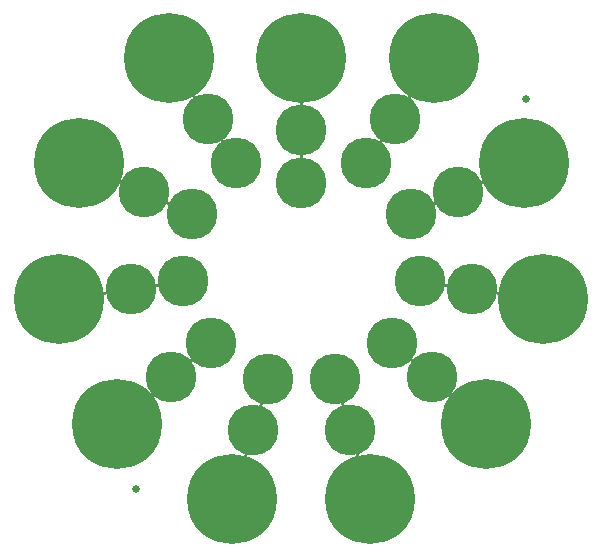
<source format=gbr>
G04 EAGLE Gerber RS-274X export*
G75*
%MOMM*%
%FSLAX34Y34*%
%LPD*%
%INTop Copper*%
%IPPOS*%
%AMOC8*
5,1,8,0,0,1.08239X$1,22.5*%
G01*
%ADD10C,7.620000*%
%ADD11C,0.635000*%
%ADD12C,0.254000*%
%ADD13C,4.300000*%


D10*
X188303Y85995D03*
X111918Y174148D03*
X0Y174148D03*
X-111918Y174148D03*
X-156448Y-135563D03*
X-58321Y-198625D03*
X58321Y-198625D03*
X156448Y-135563D03*
X204903Y-29461D03*
X-204903Y-29461D03*
X-188303Y85995D03*
D11*
X-139700Y-190500D03*
X190500Y139700D03*
D12*
X-92419Y42206D02*
X-132852Y60671D01*
X-188303Y85995D01*
D13*
X-132852Y60671D03*
X-92419Y42206D03*
D12*
X-100566Y-14459D02*
X-144563Y-20785D01*
X-204903Y-29461D01*
D13*
X-144563Y-20785D03*
X-100566Y-14459D03*
D12*
X100566Y-14459D02*
X144563Y-20785D01*
X204903Y-29461D01*
D13*
X100566Y-14459D03*
X144563Y-20785D03*
D12*
X-76784Y-66534D02*
X-110377Y-95642D01*
X-156448Y-135563D01*
D13*
X-110377Y-95642D03*
X-76784Y-66534D03*
D12*
X28624Y-97484D02*
X41147Y-140134D01*
X58321Y-198625D01*
D13*
X41147Y-140134D03*
X28624Y-97484D03*
D12*
X-28624Y-97484D02*
X-41147Y-140134D01*
X-58321Y-198625D01*
D13*
X-41147Y-140134D03*
X-28624Y-97484D03*
D12*
X76784Y-66534D02*
X110377Y-95642D01*
X156448Y-135563D01*
D13*
X110377Y-95642D03*
X76784Y-66534D03*
D12*
X92419Y42206D02*
X132852Y60671D01*
X188303Y85995D01*
D13*
X132852Y60671D03*
X92419Y42206D03*
D12*
X54929Y85471D02*
X78961Y122865D01*
X111918Y174148D01*
D13*
X78961Y122865D03*
X54929Y85471D03*
D12*
X0Y68738D02*
X0Y113188D01*
X0Y174148D01*
D13*
X0Y113188D03*
X0Y68738D03*
D12*
X-54929Y85471D02*
X-78961Y122865D01*
X-111918Y174148D01*
D13*
X-78961Y122865D03*
X-54929Y85471D03*
M02*

</source>
